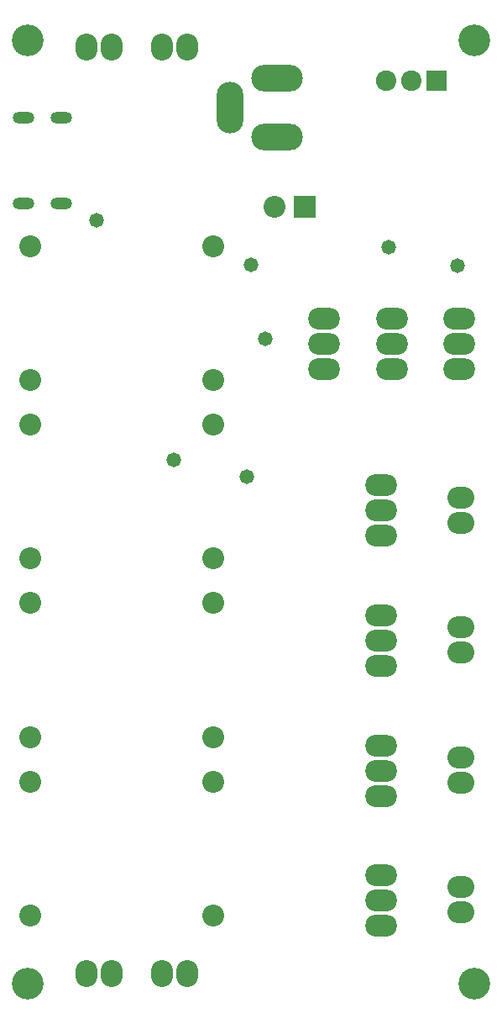
<source format=gbr>
G04*
G04 #@! TF.GenerationSoftware,Altium Limited,Altium Designer,24.2.2 (26)*
G04*
G04 Layer_Color=16711935*
%FSLAX44Y44*%
%MOMM*%
G71*
G04*
G04 #@! TF.SameCoordinates,C1532DF8-A77D-479D-A07C-5EAB100E6B30*
G04*
G04*
G04 #@! TF.FilePolarity,Negative*
G04*
G01*
G75*
%ADD26C,2.0632*%
%ADD27R,2.0632X2.0632*%
%ADD28O,2.2032X1.2032*%
%ADD29O,3.2032X2.2032*%
%ADD30O,5.2032X2.7032*%
%ADD31O,2.7032X5.2032*%
%ADD32O,2.2032X2.7032*%
%ADD33C,2.2032*%
%ADD34R,2.2032X2.2032*%
%ADD35O,2.7032X2.2032*%
%ADD36C,1.4732*%
%ADD37C,3.2032*%
D26*
X386200Y934000D02*
D03*
X411600D02*
D03*
D27*
X437000D02*
D03*
D28*
X20329Y810800D02*
D03*
Y897200D02*
D03*
X58329Y810800D02*
D03*
Y897200D02*
D03*
D29*
X392000Y694800D02*
D03*
Y669400D02*
D03*
Y644000D02*
D03*
X381000Y475932D02*
D03*
Y501332D02*
D03*
Y526732D02*
D03*
X460000Y694800D02*
D03*
Y669400D02*
D03*
Y644000D02*
D03*
X324000Y694800D02*
D03*
Y669400D02*
D03*
Y644000D02*
D03*
X381000Y83412D02*
D03*
Y108812D02*
D03*
Y134212D02*
D03*
Y214252D02*
D03*
Y239652D02*
D03*
Y265052D02*
D03*
Y345092D02*
D03*
Y370492D02*
D03*
Y395892D02*
D03*
D30*
X276000Y877449D02*
D03*
Y937000D02*
D03*
D31*
X229100Y907039D02*
D03*
D32*
X160600Y968000D02*
D03*
X186000D02*
D03*
X109444Y35000D02*
D03*
X84044D02*
D03*
X186000D02*
D03*
X160600D02*
D03*
X84044Y968000D02*
D03*
X109444D02*
D03*
D33*
X27000Y93642D02*
D03*
Y228641D02*
D03*
X212000D02*
D03*
Y93642D02*
D03*
Y273428D02*
D03*
Y408428D02*
D03*
X27000D02*
D03*
Y273428D02*
D03*
X212000Y453214D02*
D03*
Y588214D02*
D03*
X27000D02*
D03*
Y453214D02*
D03*
X274000Y807000D02*
D03*
X212000Y632999D02*
D03*
Y768000D02*
D03*
X27000D02*
D03*
Y632999D02*
D03*
D34*
X304000Y807000D02*
D03*
D35*
X461500Y252920D02*
D03*
Y227520D02*
D03*
Y383760D02*
D03*
Y358360D02*
D03*
Y489200D02*
D03*
Y514600D02*
D03*
Y96680D02*
D03*
Y122080D02*
D03*
D36*
X172314Y552314D02*
D03*
X246000Y536000D02*
D03*
X264483Y674678D02*
D03*
X250000Y749000D02*
D03*
X458272Y748350D02*
D03*
X389000Y767152D02*
D03*
X94000Y794000D02*
D03*
D37*
X25000Y25000D02*
D03*
X475000Y975000D02*
D03*
X25000D02*
D03*
X475000Y25000D02*
D03*
M02*

</source>
